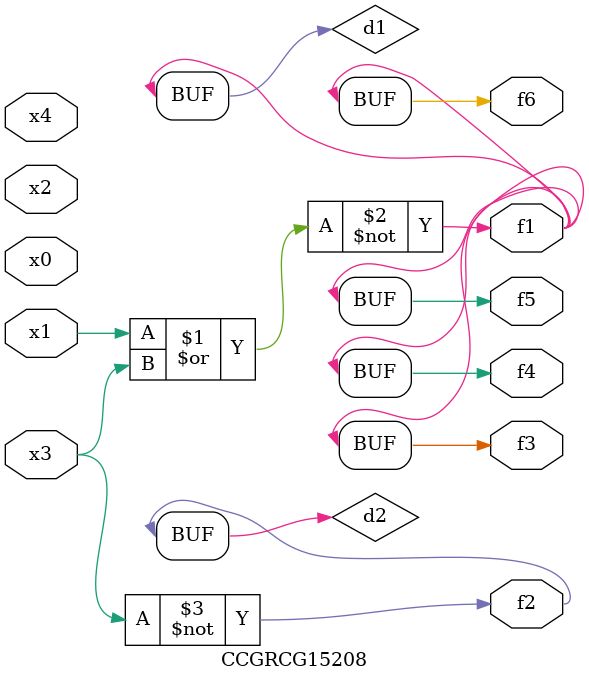
<source format=v>
module CCGRCG15208(
	input x0, x1, x2, x3, x4,
	output f1, f2, f3, f4, f5, f6
);

	wire d1, d2;

	nor (d1, x1, x3);
	not (d2, x3);
	assign f1 = d1;
	assign f2 = d2;
	assign f3 = d1;
	assign f4 = d1;
	assign f5 = d1;
	assign f6 = d1;
endmodule

</source>
